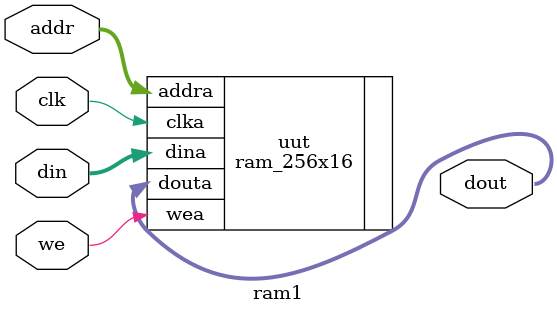
<source format=v>
`timescale 1ns / 1ps
module ram1(clk, we, addr, din, dout);

	// Initialize inputs and outputs 
   input          clk;       
   input          we;      
   input  [ 7:0]  addr;       
   input  [15:0]  din;       
   output [15:0]  dout;     

   // Call the instance of memory using Xilinx CoreGen IP
   ram_256x16 uut(
     .clka(clk) ,     // input clka
     .wea(we) ,       // input  [ 0 : 0] wea
     .addra(addr) ,   // input  [ 7 : 0] addra
     .dina(din) ,     // input  [15 : 0] dina
     .douta(dout)     // output [15 : 0] douta
   );

endmodule // end of ram1 module
</source>
